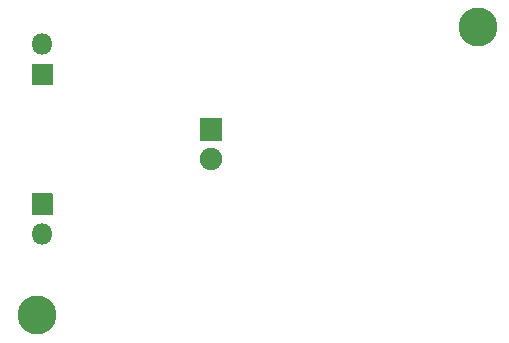
<source format=gbs>
G04 #@! TF.GenerationSoftware,KiCad,Pcbnew,(5.1.7)-1*
G04 #@! TF.CreationDate,2021-07-20T15:03:30-04:00*
G04 #@! TF.ProjectId,12-5_Volt_Regulator,31322d35-5f56-46f6-9c74-5f526567756c,rev?*
G04 #@! TF.SameCoordinates,Original*
G04 #@! TF.FileFunction,Soldermask,Bot*
G04 #@! TF.FilePolarity,Negative*
%FSLAX46Y46*%
G04 Gerber Fmt 4.6, Leading zero omitted, Abs format (unit mm)*
G04 Created by KiCad (PCBNEW (5.1.7)-1) date 2021-07-20 15:03:30*
%MOMM*%
%LPD*%
G01*
G04 APERTURE LIST*
%ADD10C,3.300000*%
%ADD11O,1.800000X1.800000*%
%ADD12C,1.900000*%
G04 APERTURE END LIST*
D10*
X157353000Y-92964000D03*
X120015000Y-117348000D03*
G36*
G01*
X119559000Y-108783000D02*
X119559000Y-107083000D01*
G75*
G02*
X119609000Y-107033000I50000J0D01*
G01*
X121309000Y-107033000D01*
G75*
G02*
X121359000Y-107083000I0J-50000D01*
G01*
X121359000Y-108783000D01*
G75*
G02*
X121309000Y-108833000I-50000J0D01*
G01*
X119609000Y-108833000D01*
G75*
G02*
X119559000Y-108783000I0J50000D01*
G01*
G37*
D11*
X120459000Y-110473000D03*
G36*
G01*
X133847000Y-100650000D02*
X135647000Y-100650000D01*
G75*
G02*
X135697000Y-100700000I0J-50000D01*
G01*
X135697000Y-102500000D01*
G75*
G02*
X135647000Y-102550000I-50000J0D01*
G01*
X133847000Y-102550000D01*
G75*
G02*
X133797000Y-102500000I0J50000D01*
G01*
X133797000Y-100700000D01*
G75*
G02*
X133847000Y-100650000I50000J0D01*
G01*
G37*
D12*
X134747000Y-104140000D03*
D11*
X120459000Y-94408000D03*
G36*
G01*
X121359000Y-96098000D02*
X121359000Y-97798000D01*
G75*
G02*
X121309000Y-97848000I-50000J0D01*
G01*
X119609000Y-97848000D01*
G75*
G02*
X119559000Y-97798000I0J50000D01*
G01*
X119559000Y-96098000D01*
G75*
G02*
X119609000Y-96048000I50000J0D01*
G01*
X121309000Y-96048000D01*
G75*
G02*
X121359000Y-96098000I0J-50000D01*
G01*
G37*
M02*

</source>
